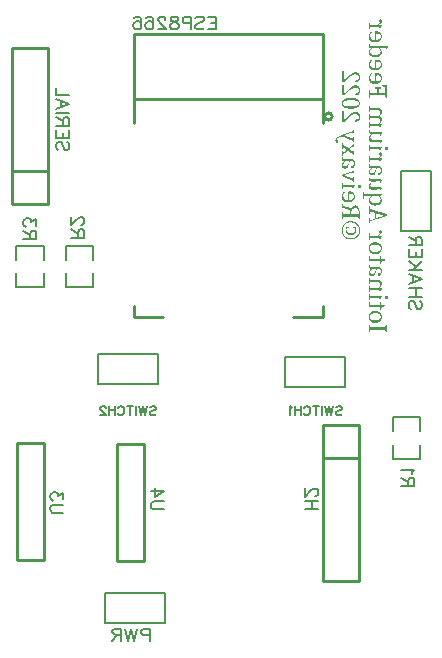
<source format=gbo>
G04 Layer: BottomSilkscreenLayer*
G04 EasyEDA v6.5.1, 2022-03-12 08:52:27*
G04 6cb43a7882b14878ba6e045dd811a198,81413e43fb254311a4bdf48f3ba91f1a,10*
G04 Gerber Generator version 0.2*
G04 Scale: 100 percent, Rotated: No, Reflected: No *
G04 Dimensions in millimeters *
G04 leading zeros omitted , absolute positions ,4 integer and 5 decimal *
%FSLAX45Y45*%
%MOMM*%

%ADD10C,0.2540*%
%ADD25C,0.1524*%
%ADD27C,0.2007*%

%LPD*%
G36*
X3897376Y12730480D02*
G01*
X3891127Y12729768D01*
X3886352Y12727584D01*
X3883253Y12723723D01*
X3882136Y12718034D01*
X3882593Y12714224D01*
X3883863Y12710668D01*
X3885895Y12707315D01*
X3888486Y12704064D01*
X3891026Y12701524D01*
X3885437Y12695275D01*
X3878783Y12690043D01*
X3870858Y12685776D01*
X3861562Y12682220D01*
X3806951Y12682728D01*
X3804158Y12701016D01*
X3797300Y12701016D01*
X3797300Y12647168D01*
X3804158Y12647168D01*
X3806698Y12663424D01*
X3864305Y12663627D01*
X3884929Y12663170D01*
X3886708Y12645390D01*
X3893312Y12645390D01*
X3905504Y12676632D01*
X3903472Y12679680D01*
X3876801Y12681966D01*
X3883304Y12684963D01*
X3889044Y12688417D01*
X3894023Y12692227D01*
X3898137Y12696342D01*
X3901440Y12700660D01*
X3903827Y12705181D01*
X3905250Y12709804D01*
X3905758Y12714478D01*
X3905199Y12719507D01*
X3903573Y12724079D01*
X3900932Y12727889D01*
G37*
G36*
X3863340Y12627610D02*
G01*
X3856329Y12627102D01*
X3850894Y12625832D01*
X3850995Y12597384D01*
X3859022Y12597384D01*
X3859936Y12603480D01*
X3862476Y12607188D01*
X3866438Y12609068D01*
X3871468Y12609576D01*
X3876497Y12609118D01*
X3881323Y12607747D01*
X3885692Y12605613D01*
X3889552Y12602667D01*
X3892804Y12599111D01*
X3895242Y12594894D01*
X3896817Y12590170D01*
X3897376Y12584938D01*
X3896817Y12579807D01*
X3895191Y12574727D01*
X3892346Y12569901D01*
X3888384Y12565430D01*
X3883101Y12561570D01*
X3876598Y12558369D01*
X3868724Y12556032D01*
X3859529Y12554712D01*
X3859022Y12597384D01*
X3850995Y12597384D01*
X3851148Y12554458D01*
X3844086Y12554813D01*
X3837635Y12555778D01*
X3831793Y12557302D01*
X3826611Y12559334D01*
X3821988Y12561874D01*
X3818026Y12564872D01*
X3814622Y12568326D01*
X3811879Y12572187D01*
X3809695Y12576454D01*
X3808171Y12581077D01*
X3807256Y12586055D01*
X3806951Y12591288D01*
X3808120Y12601295D01*
X3811320Y12609525D01*
X3816400Y12616484D01*
X3822954Y12622784D01*
X3819906Y12627102D01*
X3814318Y12623749D01*
X3809288Y12619888D01*
X3804970Y12615418D01*
X3801313Y12610439D01*
X3798366Y12604902D01*
X3796284Y12598857D01*
X3794963Y12592253D01*
X3794506Y12585192D01*
X3794760Y12579705D01*
X3795420Y12574422D01*
X3796588Y12569444D01*
X3798163Y12564668D01*
X3800246Y12560249D01*
X3802684Y12556083D01*
X3805580Y12552273D01*
X3808882Y12548819D01*
X3812590Y12545669D01*
X3816705Y12542926D01*
X3821226Y12540538D01*
X3826103Y12538557D01*
X3831386Y12536982D01*
X3837025Y12535814D01*
X3843020Y12535154D01*
X3849370Y12534900D01*
X3855669Y12535154D01*
X3861612Y12535966D01*
X3867302Y12537236D01*
X3872636Y12539014D01*
X3877665Y12541199D01*
X3882288Y12543840D01*
X3886555Y12546787D01*
X3890416Y12550140D01*
X3893921Y12553797D01*
X3896969Y12557760D01*
X3899611Y12561976D01*
X3901744Y12566396D01*
X3903472Y12571069D01*
X3904742Y12575895D01*
X3905504Y12580874D01*
X3905758Y12585954D01*
X3905402Y12591796D01*
X3904437Y12597333D01*
X3902811Y12602514D01*
X3900576Y12607340D01*
X3897731Y12611760D01*
X3894378Y12615722D01*
X3890416Y12619177D01*
X3885946Y12622123D01*
X3881018Y12624460D01*
X3875582Y12626187D01*
X3869690Y12627254D01*
G37*
G36*
X3797300Y12521184D02*
G01*
X3795014Y12486640D01*
X3810254Y12485370D01*
X3803599Y12479070D01*
X3798671Y12471857D01*
X3795572Y12463576D01*
X3795079Y12459208D01*
X3805936Y12459208D01*
X3806545Y12466167D01*
X3808628Y12472466D01*
X3812489Y12478512D01*
X3818382Y12484608D01*
X3882898Y12484608D01*
X3888486Y12477546D01*
X3892092Y12471196D01*
X3894023Y12465202D01*
X3894582Y12459462D01*
X3894328Y12455245D01*
X3893464Y12451181D01*
X3892042Y12447320D01*
X3890060Y12443663D01*
X3887419Y12440259D01*
X3884117Y12437211D01*
X3880154Y12434468D01*
X3875481Y12432182D01*
X3870147Y12430302D01*
X3864051Y12428880D01*
X3857244Y12428016D01*
X3849624Y12427712D01*
X3842308Y12427966D01*
X3835704Y12428778D01*
X3829812Y12430099D01*
X3824630Y12431877D01*
X3820109Y12434062D01*
X3816248Y12436703D01*
X3813048Y12439700D01*
X3810457Y12443002D01*
X3808425Y12446660D01*
X3807053Y12450622D01*
X3806190Y12454788D01*
X3805936Y12459208D01*
X3795079Y12459208D01*
X3794506Y12454128D01*
X3794963Y12447473D01*
X3796284Y12441224D01*
X3798468Y12435433D01*
X3801414Y12430099D01*
X3805174Y12425273D01*
X3809644Y12420955D01*
X3814724Y12417247D01*
X3820515Y12414148D01*
X3826865Y12411710D01*
X3833774Y12409881D01*
X3841191Y12408763D01*
X3849115Y12408408D01*
X3855465Y12408662D01*
X3861460Y12409322D01*
X3867150Y12410440D01*
X3872534Y12411964D01*
X3877564Y12413894D01*
X3882237Y12416180D01*
X3886504Y12418872D01*
X3890365Y12421870D01*
X3893870Y12425172D01*
X3896969Y12428829D01*
X3899560Y12432741D01*
X3901744Y12436906D01*
X3903472Y12441326D01*
X3904742Y12446000D01*
X3905504Y12450876D01*
X3905758Y12455906D01*
X3905046Y12463526D01*
X3902710Y12470892D01*
X3898239Y12478054D01*
X3891279Y12485116D01*
X3944112Y12485116D01*
X3945890Y12466320D01*
X3952494Y12466320D01*
X3961892Y12500864D01*
X3960368Y12503658D01*
X3928618Y12502896D01*
X3806190Y12502896D01*
X3804158Y12521184D01*
G37*
G36*
X3863340Y12388088D02*
G01*
X3856329Y12387580D01*
X3850894Y12386310D01*
X3850995Y12357862D01*
X3859022Y12357862D01*
X3859936Y12363907D01*
X3862476Y12367564D01*
X3866438Y12369342D01*
X3871468Y12369800D01*
X3876497Y12369342D01*
X3881323Y12367971D01*
X3885692Y12365837D01*
X3889552Y12362942D01*
X3892804Y12359386D01*
X3895242Y12355220D01*
X3896817Y12350546D01*
X3897376Y12345416D01*
X3896817Y12340285D01*
X3895191Y12335205D01*
X3892346Y12330328D01*
X3888384Y12325908D01*
X3883101Y12321946D01*
X3876598Y12318746D01*
X3868724Y12316358D01*
X3859529Y12314936D01*
X3859022Y12357862D01*
X3850995Y12357862D01*
X3851148Y12314936D01*
X3844086Y12315291D01*
X3837635Y12316256D01*
X3831793Y12317780D01*
X3826611Y12319812D01*
X3821988Y12322352D01*
X3818026Y12325350D01*
X3814622Y12328804D01*
X3811879Y12332665D01*
X3809695Y12336932D01*
X3808171Y12341555D01*
X3807256Y12346533D01*
X3806951Y12351766D01*
X3808120Y12361773D01*
X3811320Y12369952D01*
X3816400Y12376861D01*
X3822954Y12383008D01*
X3819906Y12387580D01*
X3814318Y12384227D01*
X3809288Y12380366D01*
X3804970Y12375896D01*
X3801313Y12370866D01*
X3798366Y12365329D01*
X3796284Y12359233D01*
X3794963Y12352578D01*
X3794506Y12345416D01*
X3794760Y12339980D01*
X3795420Y12334748D01*
X3796588Y12329769D01*
X3798163Y12325045D01*
X3800246Y12320625D01*
X3802684Y12316510D01*
X3805580Y12312700D01*
X3808882Y12309246D01*
X3812590Y12306147D01*
X3816705Y12303353D01*
X3821226Y12301016D01*
X3826103Y12299035D01*
X3831386Y12297460D01*
X3837025Y12296292D01*
X3843020Y12295632D01*
X3849370Y12295378D01*
X3855669Y12295632D01*
X3861612Y12296444D01*
X3867302Y12297714D01*
X3872636Y12299492D01*
X3877665Y12301677D01*
X3882288Y12304318D01*
X3886555Y12307265D01*
X3890416Y12310618D01*
X3893921Y12314275D01*
X3896969Y12318238D01*
X3899611Y12322454D01*
X3901744Y12326874D01*
X3903472Y12331547D01*
X3904742Y12336373D01*
X3905504Y12341352D01*
X3905758Y12346432D01*
X3905402Y12352274D01*
X3904437Y12357811D01*
X3902811Y12362992D01*
X3900576Y12367818D01*
X3897731Y12372238D01*
X3894378Y12376200D01*
X3890416Y12379655D01*
X3885946Y12382601D01*
X3881018Y12384938D01*
X3875582Y12386665D01*
X3869690Y12387732D01*
G37*
G36*
X3863340Y12275058D02*
G01*
X3856329Y12274550D01*
X3850894Y12273280D01*
X3850995Y12244832D01*
X3859022Y12244832D01*
X3859936Y12250928D01*
X3862476Y12254636D01*
X3866438Y12256516D01*
X3871468Y12257024D01*
X3876497Y12256566D01*
X3881323Y12255195D01*
X3885692Y12253061D01*
X3889552Y12250115D01*
X3892804Y12246559D01*
X3895242Y12242342D01*
X3896817Y12237618D01*
X3897376Y12232386D01*
X3896817Y12227255D01*
X3895191Y12222175D01*
X3892346Y12217349D01*
X3888384Y12212878D01*
X3883101Y12209018D01*
X3876598Y12205817D01*
X3868724Y12203480D01*
X3859529Y12202160D01*
X3859022Y12244832D01*
X3850995Y12244832D01*
X3851148Y12201906D01*
X3844086Y12202261D01*
X3837635Y12203226D01*
X3831793Y12204750D01*
X3826611Y12206782D01*
X3821988Y12209322D01*
X3818026Y12212320D01*
X3814622Y12215774D01*
X3811879Y12219635D01*
X3809695Y12223902D01*
X3808171Y12228525D01*
X3807256Y12233503D01*
X3806951Y12238736D01*
X3808120Y12248743D01*
X3811320Y12256973D01*
X3816400Y12263932D01*
X3822954Y12270232D01*
X3819906Y12274550D01*
X3814318Y12271197D01*
X3809288Y12267336D01*
X3804970Y12262866D01*
X3801313Y12257887D01*
X3798366Y12252350D01*
X3796284Y12246305D01*
X3794963Y12239701D01*
X3794506Y12232640D01*
X3794760Y12227153D01*
X3795420Y12221870D01*
X3796588Y12216892D01*
X3798163Y12212116D01*
X3800246Y12207697D01*
X3802684Y12203531D01*
X3805580Y12199721D01*
X3808882Y12196267D01*
X3812590Y12193117D01*
X3816705Y12190374D01*
X3821226Y12187986D01*
X3826103Y12186005D01*
X3831386Y12184430D01*
X3837025Y12183262D01*
X3843020Y12182602D01*
X3849370Y12182348D01*
X3855669Y12182602D01*
X3861612Y12183414D01*
X3867302Y12184684D01*
X3872636Y12186462D01*
X3877665Y12188647D01*
X3882288Y12191288D01*
X3886555Y12194235D01*
X3890416Y12197588D01*
X3893921Y12201245D01*
X3896969Y12205208D01*
X3899611Y12209424D01*
X3901744Y12213844D01*
X3903472Y12218517D01*
X3904742Y12223343D01*
X3905504Y12228322D01*
X3905758Y12233402D01*
X3905402Y12239244D01*
X3904437Y12244781D01*
X3902811Y12249962D01*
X3900576Y12254788D01*
X3897731Y12259208D01*
X3894378Y12263170D01*
X3890416Y12266625D01*
X3885946Y12269571D01*
X3881018Y12271908D01*
X3875582Y12273635D01*
X3869690Y12274702D01*
G37*
G36*
X3907028Y12174728D02*
G01*
X3907028Y12163806D01*
X3936492Y12157964D01*
X3936492Y12104878D01*
X3877564Y12104624D01*
X3877564Y12139676D01*
X3899408Y12142470D01*
X3899408Y12151868D01*
X3845560Y12151868D01*
X3845560Y12142470D01*
X3868674Y12139676D01*
X3868674Y12104624D01*
X3807460Y12104878D01*
X3804920Y12125960D01*
X3797300Y12125960D01*
X3797300Y12062968D01*
X3804920Y12062968D01*
X3807206Y12083796D01*
X3836568Y12084253D01*
X3899458Y12084253D01*
X3936237Y12083796D01*
X3938524Y12062968D01*
X3946144Y12062968D01*
X3946144Y12173712D01*
G37*
G36*
X3797300Y11994388D02*
G01*
X3797300Y11943334D01*
X3804158Y11943334D01*
X3806698Y11959844D01*
X3844036Y11960352D01*
X3864864Y11960352D01*
X3871976Y11960047D01*
X3877818Y11959183D01*
X3882440Y11957761D01*
X3885996Y11955729D01*
X3888587Y11953087D01*
X3890314Y11949836D01*
X3891229Y11946026D01*
X3891534Y11941556D01*
X3890721Y11934494D01*
X3888181Y11927179D01*
X3883609Y11919458D01*
X3876801Y11911076D01*
X3871366Y11911533D01*
X3825544Y11911787D01*
X3806698Y11912346D01*
X3804158Y11927586D01*
X3797300Y11927586D01*
X3797300Y11876278D01*
X3804158Y11876278D01*
X3806698Y11893296D01*
X3864610Y11893550D01*
X3871620Y11893296D01*
X3877411Y11892483D01*
X3882034Y11891111D01*
X3885692Y11889181D01*
X3888384Y11886641D01*
X3890162Y11883491D01*
X3891229Y11879681D01*
X3891534Y11875262D01*
X3890721Y11867845D01*
X3888079Y11860631D01*
X3883609Y11853164D01*
X3877056Y11845036D01*
X3835400Y11845086D01*
X3806698Y11845544D01*
X3804158Y11860784D01*
X3797300Y11860784D01*
X3797300Y11809730D01*
X3804158Y11809730D01*
X3806698Y11826240D01*
X3844036Y11826494D01*
X3871671Y11826443D01*
X3884929Y11825986D01*
X3886708Y11808206D01*
X3893312Y11808206D01*
X3905504Y11839448D01*
X3903472Y11842496D01*
X3885437Y11844528D01*
X3889908Y11848795D01*
X3893870Y11853265D01*
X3897325Y11857990D01*
X3900271Y11862866D01*
X3902608Y11867896D01*
X3904335Y11872976D01*
X3905402Y11878056D01*
X3905758Y11883136D01*
X3905453Y11888114D01*
X3904538Y11892635D01*
X3902964Y11896648D01*
X3900779Y11900154D01*
X3897884Y11903202D01*
X3894277Y11905792D01*
X3889959Y11907875D01*
X3884929Y11909552D01*
X3889908Y11914124D01*
X3894175Y11918899D01*
X3897782Y11923826D01*
X3900678Y11928906D01*
X3902913Y11934037D01*
X3904487Y11939320D01*
X3905453Y11944604D01*
X3905758Y11949938D01*
X3905199Y11956338D01*
X3903573Y11961977D01*
X3900779Y11966854D01*
X3896715Y11970918D01*
X3891432Y11974118D01*
X3884777Y11976455D01*
X3876700Y11977878D01*
X3867150Y11978386D01*
X3806698Y11978640D01*
X3804158Y11994388D01*
G37*
G36*
X3797300Y11792712D02*
G01*
X3795522Y11761978D01*
X3815587Y11759946D01*
X3810660Y11755526D01*
X3806393Y11750903D01*
X3802786Y11746077D01*
X3799789Y11741099D01*
X3797503Y11735968D01*
X3795826Y11730786D01*
X3794861Y11725554D01*
X3794506Y11720322D01*
X3795014Y11713870D01*
X3796588Y11708130D01*
X3799382Y11703151D01*
X3803446Y11698935D01*
X3808882Y11695582D01*
X3815842Y11693144D01*
X3824376Y11691620D01*
X3834637Y11691112D01*
X3891279Y11691874D01*
X3894582Y11675872D01*
X3901186Y11675872D01*
X3904487Y11708384D01*
X3902201Y11710670D01*
X3870706Y11709654D01*
X3835654Y11709654D01*
X3828796Y11709958D01*
X3823106Y11710822D01*
X3818534Y11712295D01*
X3814876Y11714378D01*
X3812184Y11716969D01*
X3810355Y11720169D01*
X3809339Y11723878D01*
X3808984Y11728196D01*
X3809898Y11736171D01*
X3812590Y11744045D01*
X3817112Y11751767D01*
X3823462Y11759184D01*
X3891279Y11759946D01*
X3894328Y11743944D01*
X3900932Y11743944D01*
X3904487Y11776202D01*
X3902201Y11778234D01*
X3870706Y11777472D01*
X3806444Y11777472D01*
X3803904Y11792712D01*
G37*
G36*
X3797300Y11662410D02*
G01*
X3797300Y11611102D01*
X3804158Y11611102D01*
X3806698Y11628120D01*
X3844036Y11628628D01*
X3864203Y11628577D01*
X3885184Y11628120D01*
X3886962Y11609832D01*
X3893565Y11609832D01*
X3905504Y11644122D01*
X3903472Y11647170D01*
X3874008Y11646662D01*
X3835400Y11646712D01*
X3806698Y11647170D01*
X3804158Y11662410D01*
G37*
G36*
X3945128Y11651488D02*
G01*
X3939540Y11650370D01*
X3935120Y11647322D01*
X3932174Y11642801D01*
X3931158Y11637264D01*
X3932174Y11631625D01*
X3935120Y11627104D01*
X3939540Y11624106D01*
X3945128Y11623040D01*
X3950665Y11624106D01*
X3954881Y11627104D01*
X3957624Y11631625D01*
X3958590Y11637264D01*
X3957624Y11642801D01*
X3954881Y11647322D01*
X3950665Y11650370D01*
G37*
G36*
X3897376Y11601704D02*
G01*
X3891127Y11600992D01*
X3886352Y11598808D01*
X3883253Y11594947D01*
X3882136Y11589258D01*
X3882593Y11585448D01*
X3883863Y11581892D01*
X3885895Y11578539D01*
X3888486Y11575288D01*
X3891026Y11572748D01*
X3885437Y11566499D01*
X3878783Y11561267D01*
X3870858Y11557000D01*
X3861562Y11553444D01*
X3806951Y11553952D01*
X3804158Y11572240D01*
X3797300Y11572240D01*
X3797300Y11518392D01*
X3804158Y11518392D01*
X3806698Y11534648D01*
X3864305Y11534851D01*
X3884929Y11534394D01*
X3886708Y11516614D01*
X3893312Y11516614D01*
X3905504Y11547856D01*
X3903472Y11550904D01*
X3876801Y11553190D01*
X3883304Y11556187D01*
X3889044Y11559641D01*
X3894023Y11563451D01*
X3898137Y11567515D01*
X3901440Y11571884D01*
X3903827Y11576405D01*
X3905250Y11581028D01*
X3905758Y11585702D01*
X3905199Y11590731D01*
X3903573Y11595303D01*
X3900932Y11599113D01*
G37*
G36*
X3806190Y11508486D02*
G01*
X3800856Y11504422D01*
X3797350Y11499900D01*
X3795369Y11494922D01*
X3794760Y11489436D01*
X3795979Y11481968D01*
X3799535Y11476126D01*
X3805072Y11471910D01*
X3812286Y11469624D01*
X3808069Y11465255D01*
X3804462Y11461140D01*
X3801414Y11457228D01*
X3798925Y11453317D01*
X3796995Y11449405D01*
X3795623Y11445290D01*
X3795312Y11443716D01*
X3807460Y11443716D01*
X3808120Y11449253D01*
X3810304Y11454688D01*
X3814318Y11460988D01*
X3820414Y11469116D01*
X3855720Y11469116D01*
X3852316Y11457686D01*
X3849115Y11448542D01*
X3846220Y11441938D01*
X3843223Y11436705D01*
X3840175Y11432692D01*
X3837127Y11429796D01*
X3834028Y11427764D01*
X3830878Y11426494D01*
X3827779Y11425885D01*
X3824732Y11425682D01*
X3817010Y11427053D01*
X3811625Y11430812D01*
X3808476Y11436502D01*
X3807460Y11443716D01*
X3795312Y11443716D01*
X3794760Y11440922D01*
X3794506Y11436096D01*
X3794963Y11430152D01*
X3796233Y11424615D01*
X3798417Y11419636D01*
X3801414Y11415268D01*
X3805275Y11411661D01*
X3809949Y11408968D01*
X3815435Y11407241D01*
X3821684Y11406632D01*
X3826662Y11407038D01*
X3831285Y11408308D01*
X3835654Y11410645D01*
X3839819Y11414201D01*
X3843832Y11419078D01*
X3847744Y11425478D01*
X3851605Y11433556D01*
X3855465Y11443462D01*
X3859326Y11455603D01*
X3862832Y11469116D01*
X3869690Y11469116D01*
X3877157Y11468811D01*
X3883253Y11467896D01*
X3888028Y11466322D01*
X3891737Y11464086D01*
X3894378Y11461140D01*
X3896106Y11457432D01*
X3897071Y11453012D01*
X3897376Y11447780D01*
X3896817Y11441836D01*
X3895344Y11435080D01*
X3880104Y11431016D01*
X3875633Y11429187D01*
X3872433Y11426748D01*
X3870553Y11423650D01*
X3869944Y11419840D01*
X3870502Y11415776D01*
X3872128Y11412778D01*
X3874770Y11410746D01*
X3878326Y11409680D01*
X3884371Y11411762D01*
X3889806Y11414912D01*
X3894480Y11419078D01*
X3898442Y11424208D01*
X3901541Y11430203D01*
X3903878Y11437061D01*
X3905300Y11444630D01*
X3905758Y11452860D01*
X3905554Y11458448D01*
X3904843Y11463528D01*
X3903675Y11468100D01*
X3902049Y11472214D01*
X3899814Y11475770D01*
X3897071Y11478920D01*
X3893769Y11481511D01*
X3889857Y11483644D01*
X3885285Y11485270D01*
X3880104Y11486489D01*
X3874211Y11487150D01*
X3867658Y11487404D01*
X3819144Y11487404D01*
X3812540Y11487962D01*
X3808120Y11489588D01*
X3805682Y11492128D01*
X3804920Y11495532D01*
X3805275Y11498021D01*
X3806393Y11500256D01*
X3808120Y11502339D01*
X3810508Y11504422D01*
G37*
G36*
X3797300Y11388598D02*
G01*
X3795522Y11357864D01*
X3815587Y11355832D01*
X3810660Y11351412D01*
X3806393Y11346789D01*
X3802786Y11341963D01*
X3799789Y11336985D01*
X3797503Y11331854D01*
X3795826Y11326672D01*
X3794861Y11321440D01*
X3794506Y11316208D01*
X3795014Y11309705D01*
X3796588Y11303914D01*
X3799382Y11298885D01*
X3803446Y11294668D01*
X3808882Y11291316D01*
X3815842Y11288877D01*
X3824376Y11287455D01*
X3834637Y11286998D01*
X3891279Y11287760D01*
X3894582Y11271504D01*
X3901186Y11271504D01*
X3904487Y11304270D01*
X3902201Y11306556D01*
X3870706Y11305540D01*
X3835654Y11305540D01*
X3828796Y11305844D01*
X3823106Y11306708D01*
X3818534Y11308181D01*
X3814876Y11310213D01*
X3812184Y11312855D01*
X3810355Y11316055D01*
X3809339Y11319764D01*
X3808984Y11324082D01*
X3809898Y11332057D01*
X3812590Y11339931D01*
X3817112Y11347653D01*
X3823462Y11355070D01*
X3891279Y11355832D01*
X3894328Y11339830D01*
X3900932Y11339830D01*
X3904487Y11372088D01*
X3902201Y11374120D01*
X3870706Y11373358D01*
X3806444Y11373358D01*
X3803904Y11388598D01*
G37*
G36*
X3743960Y11265408D02*
G01*
X3743960Y11209020D01*
X3750818Y11209020D01*
X3753612Y11228832D01*
X3790950Y11229340D01*
X3811270Y11229340D01*
X3807256Y11225936D01*
X3803853Y11222380D01*
X3800957Y11218672D01*
X3798620Y11214760D01*
X3796792Y11210696D01*
X3795522Y11206429D01*
X3794917Y11202924D01*
X3805936Y11202924D01*
X3806545Y11209782D01*
X3808729Y11216182D01*
X3812794Y11222380D01*
X3819144Y11228832D01*
X3882136Y11228832D01*
X3888028Y11221618D01*
X3891889Y11215014D01*
X3893972Y11208867D01*
X3894582Y11202924D01*
X3894277Y11198707D01*
X3893413Y11194694D01*
X3891991Y11190833D01*
X3889908Y11187176D01*
X3887215Y11183823D01*
X3883863Y11180775D01*
X3879900Y11178082D01*
X3875227Y11175796D01*
X3869842Y11173968D01*
X3863746Y11172596D01*
X3856939Y11171732D01*
X3849370Y11171428D01*
X3842004Y11171682D01*
X3835400Y11172494D01*
X3829507Y11173815D01*
X3824325Y11175593D01*
X3819855Y11177778D01*
X3816045Y11180419D01*
X3812844Y11183416D01*
X3810304Y11186718D01*
X3808374Y11190376D01*
X3807002Y11194338D01*
X3806190Y11198504D01*
X3805936Y11202924D01*
X3794917Y11202924D01*
X3794506Y11197336D01*
X3794963Y11190732D01*
X3796284Y11184534D01*
X3798417Y11178743D01*
X3801364Y11173460D01*
X3805072Y11168684D01*
X3809492Y11164417D01*
X3814572Y11160709D01*
X3820312Y11157610D01*
X3826662Y11155172D01*
X3833571Y11153343D01*
X3840987Y11152225D01*
X3848862Y11151870D01*
X3855161Y11152124D01*
X3861155Y11152784D01*
X3866845Y11153902D01*
X3872229Y11155426D01*
X3877259Y11157356D01*
X3881932Y11159642D01*
X3886250Y11162284D01*
X3890162Y11165230D01*
X3893667Y11168532D01*
X3896817Y11172088D01*
X3899458Y11175949D01*
X3901694Y11180064D01*
X3903421Y11184382D01*
X3904742Y11188954D01*
X3905504Y11193678D01*
X3905758Y11198606D01*
X3904945Y11206734D01*
X3902252Y11214709D01*
X3897376Y11222431D01*
X3890010Y11229848D01*
X3905504Y11245088D01*
X3903472Y11247882D01*
X3873246Y11247120D01*
X3781602Y11247170D01*
X3753612Y11247628D01*
X3750818Y11265408D01*
G37*
G36*
X3797300Y11143996D02*
G01*
X3797300Y11083544D01*
X3804920Y11083544D01*
X3807714Y11105388D01*
X3846576Y11092434D01*
X3846576Y11089640D01*
X3855465Y11089640D01*
X3924554Y11066272D01*
X3855465Y11043666D01*
X3855465Y11089640D01*
X3846576Y11089640D01*
X3846576Y11040872D01*
X3807968Y11027918D01*
X3804920Y11049762D01*
X3797300Y11049762D01*
X3797300Y11000232D01*
X3804920Y11000232D01*
X3807968Y11018266D01*
X3947160Y11065510D01*
X3947160Y11078464D01*
X3806951Y11126470D01*
X3804920Y11143996D01*
G37*
G36*
X3897376Y10945114D02*
G01*
X3891127Y10944402D01*
X3886352Y10942116D01*
X3883253Y10938154D01*
X3882136Y10932414D01*
X3882593Y10928604D01*
X3883863Y10925149D01*
X3885895Y10921898D01*
X3891026Y10915904D01*
X3885437Y10909655D01*
X3878783Y10904423D01*
X3870858Y10900156D01*
X3861562Y10896600D01*
X3806951Y10897108D01*
X3804158Y10915650D01*
X3797300Y10915650D01*
X3797300Y10861548D01*
X3804158Y10861548D01*
X3806698Y10877804D01*
X3844036Y10878312D01*
X3864305Y10878261D01*
X3878376Y10877905D01*
X3884929Y10877550D01*
X3886708Y10860024D01*
X3893312Y10860024D01*
X3905504Y10891266D01*
X3903472Y10894314D01*
X3876801Y10896600D01*
X3883304Y10899546D01*
X3889044Y10902950D01*
X3894023Y10906709D01*
X3898137Y10910874D01*
X3901440Y10915243D01*
X3903827Y10919764D01*
X3905250Y10924438D01*
X3905758Y10929112D01*
X3905199Y10934090D01*
X3903573Y10938662D01*
X3900932Y10942421D01*
G37*
G36*
X3849624Y10842498D02*
G01*
X3842969Y10842193D01*
X3836771Y10841380D01*
X3830980Y10840008D01*
X3825595Y10838180D01*
X3820617Y10835843D01*
X3816096Y10833150D01*
X3812032Y10830102D01*
X3808374Y10826648D01*
X3805123Y10822940D01*
X3802278Y10818926D01*
X3799941Y10814659D01*
X3797960Y10810240D01*
X3796436Y10805617D01*
X3795369Y10800892D01*
X3794709Y10796066D01*
X3794506Y10791190D01*
X3802887Y10791190D01*
X3803243Y10795863D01*
X3804208Y10800181D01*
X3805885Y10804144D01*
X3808222Y10807750D01*
X3811219Y10810951D01*
X3814826Y10813796D01*
X3819093Y10816234D01*
X3823970Y10818266D01*
X3829456Y10819841D01*
X3835603Y10821009D01*
X3842308Y10821670D01*
X3849624Y10821924D01*
X3857091Y10821670D01*
X3863898Y10821009D01*
X3870147Y10819841D01*
X3875786Y10818266D01*
X3880764Y10816234D01*
X3885133Y10813796D01*
X3888841Y10810951D01*
X3891889Y10807750D01*
X3894277Y10804144D01*
X3896004Y10800181D01*
X3897020Y10795863D01*
X3897376Y10791190D01*
X3897020Y10786465D01*
X3896004Y10782147D01*
X3894277Y10778134D01*
X3891889Y10774527D01*
X3888841Y10771327D01*
X3885133Y10768482D01*
X3880764Y10766094D01*
X3875786Y10764062D01*
X3870147Y10762488D01*
X3863898Y10761370D01*
X3857091Y10760710D01*
X3849624Y10760456D01*
X3842308Y10760710D01*
X3835603Y10761370D01*
X3829456Y10762488D01*
X3823970Y10764062D01*
X3819093Y10766094D01*
X3814826Y10768482D01*
X3811219Y10771327D01*
X3808222Y10774527D01*
X3805885Y10778134D01*
X3804208Y10782147D01*
X3803243Y10786465D01*
X3802887Y10791190D01*
X3794506Y10791190D01*
X3794709Y10786313D01*
X3795369Y10781487D01*
X3796436Y10776762D01*
X3797960Y10772190D01*
X3799941Y10767771D01*
X3802278Y10763554D01*
X3805123Y10759541D01*
X3808374Y10755833D01*
X3812032Y10752429D01*
X3816096Y10749381D01*
X3820617Y10746689D01*
X3825595Y10744454D01*
X3830980Y10742625D01*
X3836771Y10741253D01*
X3842969Y10740440D01*
X3849624Y10740136D01*
X3856329Y10740440D01*
X3862628Y10741253D01*
X3868470Y10742625D01*
X3873957Y10744454D01*
X3878986Y10746740D01*
X3883558Y10749483D01*
X3887774Y10752531D01*
X3891483Y10755934D01*
X3894836Y10759643D01*
X3897731Y10763656D01*
X3900170Y10767872D01*
X3902151Y10772292D01*
X3903726Y10776864D01*
X3904843Y10781538D01*
X3905554Y10786364D01*
X3905758Y10791190D01*
X3905554Y10796016D01*
X3904843Y10800842D01*
X3903776Y10805566D01*
X3902201Y10810138D01*
X3900220Y10814558D01*
X3897782Y10818825D01*
X3894886Y10822838D01*
X3891584Y10826546D01*
X3887876Y10830001D01*
X3883660Y10833100D01*
X3879087Y10835792D01*
X3874058Y10838129D01*
X3868572Y10839958D01*
X3862679Y10841380D01*
X3856380Y10842193D01*
G37*
G36*
X3805936Y10729214D02*
G01*
X3801160Y10724438D01*
X3797554Y10718495D01*
X3795268Y10711484D01*
X3794506Y10703560D01*
X3794912Y10697870D01*
X3796029Y10692841D01*
X3798011Y10688472D01*
X3800805Y10684865D01*
X3804412Y10681970D01*
X3808882Y10679887D01*
X3814216Y10678617D01*
X3820414Y10678160D01*
X3838956Y10678414D01*
X3893058Y10678414D01*
X3893058Y10659618D01*
X3900932Y10659618D01*
X3903472Y10679430D01*
X3933444Y10685272D01*
X3933444Y10698226D01*
X3902710Y10696956D01*
X3902710Y10726928D01*
X3893058Y10726928D01*
X3893058Y10696702D01*
X3821176Y10696702D01*
X3813657Y10697565D01*
X3808526Y10700105D01*
X3805580Y10704220D01*
X3804665Y10709656D01*
X3805072Y10713313D01*
X3806240Y10716920D01*
X3808222Y10720679D01*
X3811015Y10724896D01*
G37*
G36*
X3806190Y10655808D02*
G01*
X3800856Y10651794D01*
X3797350Y10647324D01*
X3795369Y10642346D01*
X3794760Y10636758D01*
X3795979Y10629290D01*
X3799535Y10623448D01*
X3805072Y10619232D01*
X3812286Y10616946D01*
X3808069Y10612577D01*
X3804462Y10608462D01*
X3801414Y10604550D01*
X3798925Y10600690D01*
X3796995Y10596778D01*
X3795623Y10592714D01*
X3795288Y10591038D01*
X3807460Y10591038D01*
X3808120Y10596575D01*
X3810304Y10602010D01*
X3814318Y10608310D01*
X3820414Y10616438D01*
X3855720Y10616438D01*
X3852316Y10605109D01*
X3849115Y10595864D01*
X3846220Y10589361D01*
X3843223Y10584129D01*
X3840175Y10580166D01*
X3837127Y10577220D01*
X3834028Y10575137D01*
X3830878Y10573867D01*
X3827779Y10573207D01*
X3824732Y10573004D01*
X3817010Y10574375D01*
X3811625Y10578134D01*
X3808476Y10583824D01*
X3807460Y10591038D01*
X3795288Y10591038D01*
X3794760Y10588396D01*
X3794506Y10583672D01*
X3794963Y10577728D01*
X3796233Y10572191D01*
X3798417Y10567212D01*
X3801414Y10562844D01*
X3805275Y10559237D01*
X3809949Y10556544D01*
X3815435Y10554817D01*
X3821684Y10554208D01*
X3826662Y10554614D01*
X3831285Y10555833D01*
X3835654Y10558170D01*
X3839819Y10561624D01*
X3843832Y10566501D01*
X3847744Y10572851D01*
X3851605Y10580878D01*
X3855465Y10590784D01*
X3859326Y10602925D01*
X3862832Y10616438D01*
X3869690Y10616438D01*
X3877157Y10616133D01*
X3883253Y10615218D01*
X3888028Y10613644D01*
X3891737Y10611408D01*
X3894378Y10608462D01*
X3896106Y10604754D01*
X3897071Y10600334D01*
X3897376Y10595102D01*
X3896817Y10589158D01*
X3895344Y10582656D01*
X3880104Y10578338D01*
X3875633Y10576610D01*
X3872433Y10574172D01*
X3870553Y10571022D01*
X3869944Y10567162D01*
X3870502Y10563098D01*
X3872128Y10560100D01*
X3874770Y10558170D01*
X3878326Y10557256D01*
X3884371Y10559237D01*
X3889806Y10562336D01*
X3894480Y10566501D01*
X3898442Y10571581D01*
X3901541Y10577576D01*
X3903878Y10584383D01*
X3905300Y10591952D01*
X3905758Y10600182D01*
X3905554Y10605770D01*
X3904843Y10610850D01*
X3903675Y10615422D01*
X3902049Y10619536D01*
X3899814Y10623092D01*
X3897071Y10626242D01*
X3893769Y10628833D01*
X3889857Y10630966D01*
X3885285Y10632592D01*
X3880104Y10633811D01*
X3874211Y10634472D01*
X3867658Y10634726D01*
X3819144Y10634726D01*
X3812540Y10635284D01*
X3808120Y10636910D01*
X3805682Y10639450D01*
X3804920Y10642854D01*
X3805275Y10645444D01*
X3806393Y10647680D01*
X3808120Y10649712D01*
X3810508Y10651744D01*
G37*
G36*
X3797300Y10537190D02*
G01*
X3797300Y10486136D01*
X3804158Y10486136D01*
X3806698Y10502392D01*
X3844036Y10502900D01*
X3864864Y10502900D01*
X3871772Y10502646D01*
X3877513Y10501833D01*
X3882186Y10500461D01*
X3885844Y10498480D01*
X3888536Y10495940D01*
X3890416Y10492740D01*
X3891432Y10488879D01*
X3891787Y10484358D01*
X3890975Y10476941D01*
X3888333Y10469422D01*
X3883761Y10461650D01*
X3877056Y10453370D01*
X3806698Y10453624D01*
X3804158Y10469118D01*
X3797300Y10469118D01*
X3797300Y10418064D01*
X3804158Y10418064D01*
X3806698Y10434320D01*
X3844036Y10434828D01*
X3864305Y10434777D01*
X3884929Y10434320D01*
X3886708Y10416540D01*
X3893312Y10416540D01*
X3905504Y10447782D01*
X3903472Y10450830D01*
X3885184Y10452608D01*
X3889705Y10457027D01*
X3893769Y10461752D01*
X3897274Y10466730D01*
X3900220Y10471810D01*
X3902608Y10477042D01*
X3904335Y10482275D01*
X3905402Y10487558D01*
X3905758Y10492740D01*
X3905199Y10499344D01*
X3903472Y10505135D01*
X3900525Y10510012D01*
X3896309Y10514025D01*
X3890772Y10517124D01*
X3883812Y10519410D01*
X3875328Y10520730D01*
X3865372Y10521188D01*
X3835247Y10521238D01*
X3806698Y10521696D01*
X3804158Y10537190D01*
G37*
G36*
X3797300Y10401300D02*
G01*
X3797300Y10349992D01*
X3804158Y10349992D01*
X3806698Y10367264D01*
X3864203Y10367467D01*
X3885184Y10367010D01*
X3886962Y10348976D01*
X3893565Y10348976D01*
X3905504Y10383012D01*
X3903472Y10386060D01*
X3874008Y10385552D01*
X3835400Y10385602D01*
X3806698Y10386060D01*
X3804158Y10401300D01*
G37*
G36*
X3945128Y10390632D02*
G01*
X3939540Y10389463D01*
X3935120Y10386364D01*
X3932174Y10381843D01*
X3931158Y10376408D01*
X3932174Y10370718D01*
X3935120Y10366095D01*
X3939540Y10363047D01*
X3945128Y10361930D01*
X3950665Y10363047D01*
X3954881Y10366095D01*
X3957624Y10370718D01*
X3958590Y10376408D01*
X3957624Y10381843D01*
X3954881Y10386364D01*
X3950665Y10389463D01*
G37*
G36*
X3805936Y10341102D02*
G01*
X3801160Y10336326D01*
X3797554Y10330383D01*
X3795268Y10323372D01*
X3794506Y10315448D01*
X3794912Y10309758D01*
X3796029Y10304729D01*
X3798011Y10300360D01*
X3800805Y10296753D01*
X3804412Y10293858D01*
X3808882Y10291775D01*
X3814216Y10290505D01*
X3820414Y10290048D01*
X3838956Y10290302D01*
X3893058Y10290302D01*
X3893058Y10271506D01*
X3900932Y10271506D01*
X3903472Y10291318D01*
X3933444Y10297160D01*
X3933444Y10310114D01*
X3902710Y10308844D01*
X3902710Y10338816D01*
X3893058Y10338816D01*
X3893058Y10308590D01*
X3821176Y10308590D01*
X3813657Y10309453D01*
X3808526Y10311993D01*
X3805580Y10316108D01*
X3804665Y10321544D01*
X3805072Y10325201D01*
X3806240Y10328808D01*
X3808222Y10332567D01*
X3811015Y10336784D01*
G37*
G36*
X3849624Y10260838D02*
G01*
X3842969Y10260533D01*
X3836771Y10259720D01*
X3830980Y10258348D01*
X3825595Y10256520D01*
X3820617Y10254234D01*
X3816096Y10251490D01*
X3812032Y10248442D01*
X3808374Y10245039D01*
X3805123Y10241330D01*
X3802278Y10237317D01*
X3799941Y10233101D01*
X3797960Y10228681D01*
X3796436Y10224109D01*
X3795369Y10219436D01*
X3794709Y10214610D01*
X3794506Y10209784D01*
X3802887Y10209784D01*
X3803243Y10214457D01*
X3804208Y10218724D01*
X3805885Y10222687D01*
X3808222Y10226243D01*
X3811219Y10229443D01*
X3814826Y10232237D01*
X3819093Y10234676D01*
X3823970Y10236657D01*
X3829456Y10238232D01*
X3835603Y10239349D01*
X3842308Y10240010D01*
X3849624Y10240264D01*
X3857091Y10240010D01*
X3863898Y10239349D01*
X3870147Y10238232D01*
X3875786Y10236657D01*
X3880764Y10234676D01*
X3885133Y10232237D01*
X3888841Y10229443D01*
X3891889Y10226243D01*
X3894277Y10222687D01*
X3896004Y10218724D01*
X3897020Y10214457D01*
X3897376Y10209784D01*
X3897020Y10205059D01*
X3896004Y10200741D01*
X3894277Y10196728D01*
X3891889Y10193121D01*
X3888841Y10189921D01*
X3885133Y10187076D01*
X3880764Y10184688D01*
X3875786Y10182656D01*
X3870147Y10181082D01*
X3863898Y10179964D01*
X3857091Y10179304D01*
X3849624Y10179050D01*
X3842308Y10179304D01*
X3835603Y10179964D01*
X3829456Y10181082D01*
X3823970Y10182656D01*
X3819093Y10184688D01*
X3814826Y10187076D01*
X3811219Y10189921D01*
X3808222Y10193121D01*
X3805885Y10196728D01*
X3804208Y10200741D01*
X3803243Y10205059D01*
X3802887Y10209784D01*
X3794506Y10209784D01*
X3794709Y10204856D01*
X3795369Y10200030D01*
X3796436Y10195255D01*
X3797960Y10190683D01*
X3799941Y10186212D01*
X3802278Y10181996D01*
X3805123Y10178034D01*
X3808374Y10174325D01*
X3812032Y10170972D01*
X3816096Y10167924D01*
X3820617Y10165232D01*
X3825595Y10162997D01*
X3830980Y10161168D01*
X3836771Y10159847D01*
X3842969Y10159034D01*
X3849624Y10158730D01*
X3856329Y10159034D01*
X3862628Y10159847D01*
X3868470Y10161219D01*
X3873957Y10163048D01*
X3878986Y10165283D01*
X3883558Y10167975D01*
X3887774Y10171023D01*
X3891483Y10174427D01*
X3894836Y10178135D01*
X3897731Y10182148D01*
X3900170Y10186365D01*
X3902151Y10190784D01*
X3903726Y10195356D01*
X3904843Y10200081D01*
X3905554Y10204907D01*
X3905758Y10209784D01*
X3905554Y10214610D01*
X3904843Y10219334D01*
X3903776Y10224008D01*
X3902201Y10228580D01*
X3900220Y10232999D01*
X3897782Y10237216D01*
X3894886Y10241178D01*
X3891584Y10244937D01*
X3887876Y10248341D01*
X3883660Y10251440D01*
X3879087Y10254183D01*
X3874058Y10256469D01*
X3868572Y10258348D01*
X3862679Y10259720D01*
X3856380Y10260533D01*
G37*
G36*
X3797300Y10143744D02*
G01*
X3797300Y10081006D01*
X3804920Y10081006D01*
X3807206Y10101834D01*
X3836568Y10102037D01*
X3914190Y10102037D01*
X3936237Y10101834D01*
X3938524Y10081006D01*
X3946144Y10081006D01*
X3946144Y10143744D01*
X3938524Y10143744D01*
X3936237Y10122916D01*
X3906926Y10122458D01*
X3844137Y10122458D01*
X3807460Y10122916D01*
X3804920Y10143744D01*
G37*
G36*
X3568700Y12287758D02*
G01*
X3568700Y12196318D01*
X3582415Y12196318D01*
X3620770Y12230100D01*
X3632504Y12240056D01*
X3637940Y12244324D01*
X3648201Y12251436D01*
X3653078Y12254280D01*
X3657752Y12256719D01*
X3662375Y12258649D01*
X3666896Y12260173D01*
X3671315Y12261240D01*
X3675786Y12261900D01*
X3680206Y12262104D01*
X3687064Y12261596D01*
X3693210Y12260173D01*
X3698646Y12257836D01*
X3703218Y12254687D01*
X3706926Y12250724D01*
X3709670Y12246051D01*
X3711397Y12240666D01*
X3711956Y12234672D01*
X3711600Y12229388D01*
X3710432Y12222734D01*
X3694176Y12218416D01*
X3687724Y12216130D01*
X3683406Y12213386D01*
X3680968Y12210084D01*
X3680206Y12206224D01*
X3680714Y12202820D01*
X3682136Y12199823D01*
X3684270Y12197283D01*
X3687064Y12195302D01*
X3692398Y12196419D01*
X3697325Y12198146D01*
X3701745Y12200483D01*
X3705707Y12203328D01*
X3709162Y12206681D01*
X3712210Y12210491D01*
X3714750Y12214707D01*
X3716883Y12219279D01*
X3718509Y12224105D01*
X3719677Y12229236D01*
X3720337Y12234519D01*
X3720592Y12240006D01*
X3720236Y12246864D01*
X3719271Y12253061D01*
X3717696Y12258598D01*
X3715512Y12263475D01*
X3712819Y12267793D01*
X3709568Y12271451D01*
X3705860Y12274550D01*
X3701694Y12277039D01*
X3697122Y12278969D01*
X3692144Y12280341D01*
X3686860Y12281154D01*
X3681222Y12281408D01*
X3676497Y12281154D01*
X3671874Y12280442D01*
X3667302Y12279122D01*
X3662679Y12277293D01*
X3657904Y12274804D01*
X3652875Y12271603D01*
X3647541Y12267793D01*
X3635552Y12257836D01*
X3621176Y12244628D01*
X3585972Y12210542D01*
X3585972Y12287758D01*
G37*
G36*
X3568700Y12176252D02*
G01*
X3568700Y12084812D01*
X3582415Y12084812D01*
X3620770Y12118594D01*
X3632504Y12128449D01*
X3643172Y12136424D01*
X3648201Y12139726D01*
X3653078Y12142571D01*
X3657752Y12144959D01*
X3662375Y12146889D01*
X3666896Y12148413D01*
X3671315Y12149480D01*
X3675786Y12150140D01*
X3680206Y12150344D01*
X3687064Y12149886D01*
X3693210Y12148464D01*
X3698646Y12146178D01*
X3703218Y12143028D01*
X3706926Y12139117D01*
X3709670Y12134494D01*
X3711397Y12129160D01*
X3711956Y12123166D01*
X3711600Y12117679D01*
X3710432Y12111228D01*
X3694176Y12106656D01*
X3687724Y12104522D01*
X3683406Y12101779D01*
X3680968Y12098477D01*
X3680206Y12094464D01*
X3680714Y12091212D01*
X3682136Y12088266D01*
X3684270Y12085777D01*
X3687064Y12083796D01*
X3692398Y12084913D01*
X3697325Y12086640D01*
X3701745Y12088977D01*
X3705707Y12091822D01*
X3709162Y12095175D01*
X3712210Y12098985D01*
X3714750Y12103201D01*
X3716883Y12107773D01*
X3718509Y12112599D01*
X3719677Y12117730D01*
X3720337Y12123013D01*
X3720592Y12128500D01*
X3720236Y12135358D01*
X3719271Y12141555D01*
X3717696Y12147092D01*
X3715512Y12151969D01*
X3712819Y12156287D01*
X3709568Y12159945D01*
X3705860Y12163044D01*
X3701694Y12165533D01*
X3697122Y12167463D01*
X3692144Y12168835D01*
X3686860Y12169648D01*
X3681222Y12169902D01*
X3676497Y12169648D01*
X3671874Y12168886D01*
X3667302Y12167616D01*
X3662679Y12165685D01*
X3657904Y12163196D01*
X3652875Y12160046D01*
X3647541Y12156186D01*
X3635552Y12146229D01*
X3621176Y12133072D01*
X3585972Y12099036D01*
X3585972Y12176252D01*
G37*
G36*
X3644392Y12064746D02*
G01*
X3634028Y12064492D01*
X3624478Y12063730D01*
X3615740Y12062460D01*
X3607815Y12060783D01*
X3600653Y12058650D01*
X3594201Y12056211D01*
X3588512Y12053366D01*
X3583533Y12050268D01*
X3579215Y12046864D01*
X3575558Y12043257D01*
X3572510Y12039396D01*
X3570071Y12035383D01*
X3568192Y12031218D01*
X3566922Y12026950D01*
X3566160Y12022632D01*
X3565906Y12018264D01*
X3574287Y12018264D01*
X3574592Y12021667D01*
X3575659Y12024969D01*
X3577437Y12028170D01*
X3580180Y12031218D01*
X3583838Y12034012D01*
X3588562Y12036602D01*
X3594455Y12038888D01*
X3601618Y12040870D01*
X3610101Y12042495D01*
X3619957Y12043664D01*
X3631387Y12044426D01*
X3644392Y12044680D01*
X3656939Y12044426D01*
X3667912Y12043664D01*
X3677412Y12042495D01*
X3685540Y12040870D01*
X3692398Y12038888D01*
X3698036Y12036602D01*
X3702608Y12034012D01*
X3706114Y12031218D01*
X3708704Y12028170D01*
X3710432Y12024969D01*
X3711397Y12021667D01*
X3711701Y12018264D01*
X3711397Y12014758D01*
X3710432Y12011304D01*
X3708704Y12008002D01*
X3706114Y12004903D01*
X3702608Y12002008D01*
X3698036Y11999315D01*
X3692398Y11996978D01*
X3685540Y11994946D01*
X3677412Y11993321D01*
X3667912Y11992102D01*
X3656939Y11991340D01*
X3644392Y11991086D01*
X3634435Y11991238D01*
X3625392Y11991695D01*
X3617264Y11992356D01*
X3609949Y11993321D01*
X3603498Y11994540D01*
X3597757Y11995912D01*
X3592779Y11997537D01*
X3588461Y11999315D01*
X3584854Y12001296D01*
X3581806Y12003430D01*
X3579368Y12005665D01*
X3577437Y12008002D01*
X3576015Y12010491D01*
X3574999Y12013031D01*
X3574440Y12015622D01*
X3574287Y12018264D01*
X3565906Y12018264D01*
X3566160Y12013793D01*
X3566922Y12009424D01*
X3568192Y12005106D01*
X3570071Y12000890D01*
X3572510Y11996826D01*
X3575558Y11992965D01*
X3579215Y11989358D01*
X3583533Y11985955D01*
X3588512Y11982805D01*
X3594201Y11980011D01*
X3600653Y11977573D01*
X3607815Y11975490D01*
X3615740Y11973814D01*
X3624478Y11972544D01*
X3634028Y11971782D01*
X3644392Y11971528D01*
X3654399Y11971782D01*
X3663645Y11972544D01*
X3672078Y11973814D01*
X3679748Y11975490D01*
X3686708Y11977573D01*
X3692956Y11980011D01*
X3698494Y11982805D01*
X3703370Y11985955D01*
X3707587Y11989358D01*
X3711143Y11992965D01*
X3714140Y11996826D01*
X3716528Y12000890D01*
X3718306Y12005106D01*
X3719576Y12009424D01*
X3720337Y12013793D01*
X3720592Y12018264D01*
X3720337Y12022632D01*
X3719576Y12026950D01*
X3718306Y12031218D01*
X3716528Y12035383D01*
X3714140Y12039396D01*
X3711143Y12043257D01*
X3707587Y12046864D01*
X3703370Y12050268D01*
X3698494Y12053366D01*
X3692956Y12056211D01*
X3686708Y12058650D01*
X3679748Y12060783D01*
X3672078Y12062460D01*
X3663645Y12063730D01*
X3654399Y12064492D01*
G37*
G36*
X3568700Y11953240D02*
G01*
X3568700Y11861800D01*
X3582415Y11861800D01*
X3620770Y11895328D01*
X3632504Y11905284D01*
X3637940Y11909552D01*
X3648201Y11916664D01*
X3653078Y11919508D01*
X3657752Y11921947D01*
X3662375Y11923877D01*
X3666896Y11925401D01*
X3671315Y11926468D01*
X3675786Y11927128D01*
X3680206Y11927332D01*
X3687064Y11926824D01*
X3693210Y11925401D01*
X3698646Y11923064D01*
X3703218Y11919915D01*
X3706926Y11916003D01*
X3709670Y11911380D01*
X3711397Y11906046D01*
X3711956Y11900154D01*
X3711600Y11894667D01*
X3710432Y11888216D01*
X3694176Y11883644D01*
X3687724Y11881459D01*
X3683406Y11878665D01*
X3680968Y11875363D01*
X3680206Y11871452D01*
X3680714Y11868150D01*
X3682136Y11865152D01*
X3684270Y11862663D01*
X3687064Y11860784D01*
X3692398Y11861901D01*
X3697325Y11863578D01*
X3701745Y11865914D01*
X3705707Y11868759D01*
X3709162Y11872112D01*
X3712210Y11875871D01*
X3714750Y11880088D01*
X3716883Y11884660D01*
X3718509Y11889486D01*
X3719677Y11894616D01*
X3720337Y11899950D01*
X3720592Y11905488D01*
X3720236Y11912295D01*
X3719271Y11918442D01*
X3717696Y11923979D01*
X3715512Y11928856D01*
X3712819Y11933174D01*
X3709568Y11936831D01*
X3705860Y11939981D01*
X3701694Y11942470D01*
X3697122Y11944400D01*
X3692144Y11945823D01*
X3686860Y11946636D01*
X3681222Y11946890D01*
X3676497Y11946636D01*
X3671874Y11945874D01*
X3667302Y11944604D01*
X3662679Y11942673D01*
X3657904Y11940184D01*
X3652875Y11937034D01*
X3647541Y11933174D01*
X3635552Y11923217D01*
X3621176Y11910060D01*
X3585972Y11876024D01*
X3585972Y11953240D01*
G37*
G36*
X3667251Y11798808D02*
G01*
X3665220Y11786616D01*
X3557371Y11745468D01*
X3549243Y11741912D01*
X3542029Y11738305D01*
X3535730Y11734749D01*
X3530244Y11731091D01*
X3525570Y11727434D01*
X3521710Y11723725D01*
X3518611Y11719966D01*
X3516274Y11716156D01*
X3514598Y11712295D01*
X3513632Y11708333D01*
X3513328Y11704320D01*
X3514344Y11696852D01*
X3517188Y11690502D01*
X3521557Y11686133D01*
X3527298Y11684508D01*
X3531412Y11686438D01*
X3534257Y11689689D01*
X3535883Y11693956D01*
X3536442Y11698732D01*
X3535934Y11703151D01*
X3534359Y11707063D01*
X3531819Y11710873D01*
X3528314Y11714988D01*
X3526536Y11716512D01*
X3529685Y11720169D01*
X3533140Y11723471D01*
X3536950Y11726468D01*
X3541064Y11729212D01*
X3545433Y11731701D01*
X3550056Y11734038D01*
X3562096Y11739118D01*
X3665728Y11697716D01*
X3667251Y11685016D01*
X3674110Y11685016D01*
X3674110Y11737848D01*
X3667251Y11737848D01*
X3665220Y11718544D01*
X3585972Y11748008D01*
X3664965Y11775948D01*
X3667251Y11755882D01*
X3674110Y11755882D01*
X3674110Y11798808D01*
G37*
G36*
X3568700Y11682730D02*
G01*
X3568700Y11629136D01*
X3575558Y11629136D01*
X3578098Y11646154D01*
X3612387Y11622278D01*
X3578351Y11596624D01*
X3575558Y11613896D01*
X3568700Y11613896D01*
X3568700Y11570208D01*
X3575558Y11570208D01*
X3577844Y11584432D01*
X3619246Y11617452D01*
X3664712Y11586464D01*
X3666744Y11572240D01*
X3674110Y11572240D01*
X3674110Y11621516D01*
X3666744Y11621516D01*
X3664458Y11607038D01*
X3631437Y11630152D01*
X3664204Y11654536D01*
X3666744Y11639296D01*
X3674110Y11639296D01*
X3674110Y11680190D01*
X3666744Y11680190D01*
X3664712Y11667236D01*
X3624579Y11634724D01*
X3577844Y11667236D01*
X3575558Y11682730D01*
G37*
G36*
X3577590Y11566906D02*
G01*
X3572256Y11562842D01*
X3568750Y11558320D01*
X3566769Y11553342D01*
X3566160Y11547856D01*
X3567379Y11540236D01*
X3570935Y11534292D01*
X3576472Y11530126D01*
X3583686Y11527790D01*
X3575862Y11519357D01*
X3572814Y11515445D01*
X3570325Y11511635D01*
X3568395Y11507724D01*
X3567023Y11503660D01*
X3566722Y11502136D01*
X3578860Y11502136D01*
X3579520Y11507673D01*
X3581704Y11513108D01*
X3585718Y11519408D01*
X3591814Y11527536D01*
X3627120Y11527536D01*
X3623716Y11516004D01*
X3620515Y11506962D01*
X3617620Y11500358D01*
X3614623Y11495074D01*
X3611575Y11491061D01*
X3608527Y11488064D01*
X3605428Y11485981D01*
X3602278Y11484711D01*
X3599179Y11484051D01*
X3596132Y11483848D01*
X3588410Y11485219D01*
X3583025Y11489080D01*
X3579876Y11494871D01*
X3578860Y11502136D01*
X3566722Y11502136D01*
X3566160Y11499291D01*
X3565906Y11494516D01*
X3566363Y11488572D01*
X3567633Y11483035D01*
X3569817Y11478056D01*
X3572814Y11473688D01*
X3576675Y11470081D01*
X3581349Y11467388D01*
X3586835Y11465661D01*
X3593084Y11465052D01*
X3598062Y11465458D01*
X3602685Y11466677D01*
X3607054Y11469014D01*
X3611219Y11472519D01*
X3615232Y11477396D01*
X3619144Y11483797D01*
X3623005Y11491925D01*
X3626865Y11501882D01*
X3630726Y11513972D01*
X3634232Y11527536D01*
X3641090Y11527536D01*
X3648557Y11527231D01*
X3654653Y11526316D01*
X3659428Y11524742D01*
X3663137Y11522506D01*
X3665778Y11519560D01*
X3667506Y11515852D01*
X3668471Y11511432D01*
X3668776Y11506200D01*
X3668217Y11500053D01*
X3666744Y11493500D01*
X3651504Y11489182D01*
X3647033Y11487505D01*
X3643833Y11485118D01*
X3641953Y11481968D01*
X3641344Y11478006D01*
X3641902Y11473942D01*
X3643528Y11470944D01*
X3646170Y11469014D01*
X3649726Y11468100D01*
X3655771Y11470081D01*
X3661206Y11473180D01*
X3665880Y11477345D01*
X3669842Y11482476D01*
X3672941Y11488470D01*
X3675278Y11495328D01*
X3676700Y11502948D01*
X3677158Y11511280D01*
X3676954Y11516868D01*
X3676243Y11521948D01*
X3675075Y11526520D01*
X3673449Y11530634D01*
X3671214Y11534190D01*
X3668471Y11537289D01*
X3665169Y11539931D01*
X3661257Y11542064D01*
X3656685Y11543690D01*
X3651504Y11544909D01*
X3645611Y11545570D01*
X3639058Y11545824D01*
X3590544Y11545824D01*
X3583940Y11546382D01*
X3579520Y11548008D01*
X3577082Y11550548D01*
X3576320Y11553952D01*
X3576675Y11556441D01*
X3577793Y11558676D01*
X3579520Y11560759D01*
X3581908Y11562842D01*
G37*
G36*
X3666744Y11456416D02*
G01*
X3663950Y11443716D01*
X3567176Y11407394D01*
X3567176Y11398250D01*
X3664965Y11358118D01*
X3666744Y11345672D01*
X3674110Y11345672D01*
X3674110Y11398758D01*
X3666744Y11398758D01*
X3664712Y11379454D01*
X3589528Y11407648D01*
X3663950Y11433556D01*
X3666744Y11415268D01*
X3674110Y11415268D01*
X3674110Y11456416D01*
G37*
G36*
X3568700Y11341354D02*
G01*
X3568700Y11290046D01*
X3575558Y11290046D01*
X3578098Y11307064D01*
X3615436Y11307572D01*
X3635603Y11307521D01*
X3656584Y11307064D01*
X3658362Y11288776D01*
X3664965Y11288776D01*
X3676904Y11323066D01*
X3674872Y11326114D01*
X3645408Y11325606D01*
X3606800Y11325656D01*
X3578098Y11326114D01*
X3575558Y11341354D01*
G37*
G36*
X3716528Y11330432D02*
G01*
X3710940Y11329314D01*
X3706520Y11326266D01*
X3703574Y11321745D01*
X3702558Y11316208D01*
X3703574Y11310569D01*
X3706520Y11306048D01*
X3710940Y11303050D01*
X3716528Y11301984D01*
X3722065Y11303050D01*
X3726281Y11306048D01*
X3729024Y11310569D01*
X3729990Y11316208D01*
X3729024Y11321745D01*
X3726281Y11326266D01*
X3722065Y11329314D01*
G37*
G36*
X3634740Y11271758D02*
G01*
X3627729Y11271351D01*
X3624834Y11270894D01*
X3622294Y11270234D01*
X3622394Y11241786D01*
X3630422Y11241786D01*
X3631336Y11247729D01*
X3633876Y11251387D01*
X3637838Y11253216D01*
X3642868Y11253724D01*
X3647897Y11253266D01*
X3652723Y11251895D01*
X3657092Y11249761D01*
X3660952Y11246815D01*
X3664204Y11243259D01*
X3666642Y11239042D01*
X3668217Y11234318D01*
X3668776Y11229086D01*
X3668217Y11224006D01*
X3666591Y11219027D01*
X3663746Y11214201D01*
X3659784Y11209782D01*
X3654501Y11205870D01*
X3647998Y11202670D01*
X3640124Y11200282D01*
X3630929Y11198860D01*
X3630422Y11241786D01*
X3622394Y11241786D01*
X3622548Y11198606D01*
X3615486Y11199012D01*
X3609035Y11200028D01*
X3603193Y11201552D01*
X3598011Y11203584D01*
X3593388Y11206124D01*
X3589426Y11209121D01*
X3586022Y11212626D01*
X3583279Y11216487D01*
X3581095Y11220754D01*
X3579571Y11225377D01*
X3578656Y11230356D01*
X3578351Y11235690D01*
X3579520Y11245596D01*
X3582720Y11253774D01*
X3587800Y11260785D01*
X3594354Y11266932D01*
X3591306Y11271504D01*
X3585718Y11268151D01*
X3580688Y11264290D01*
X3576370Y11259820D01*
X3572713Y11254790D01*
X3569766Y11249253D01*
X3567684Y11243157D01*
X3566363Y11236502D01*
X3565906Y11229340D01*
X3566160Y11223853D01*
X3566820Y11218570D01*
X3567988Y11213592D01*
X3569563Y11208816D01*
X3571646Y11204397D01*
X3574084Y11200231D01*
X3576980Y11196421D01*
X3580282Y11192967D01*
X3583990Y11189817D01*
X3588105Y11187074D01*
X3592626Y11184686D01*
X3597503Y11182705D01*
X3602786Y11181130D01*
X3608425Y11179962D01*
X3614420Y11179302D01*
X3620770Y11179048D01*
X3627069Y11179302D01*
X3633012Y11180114D01*
X3638702Y11181384D01*
X3644036Y11183162D01*
X3649065Y11185347D01*
X3653688Y11187988D01*
X3657955Y11190935D01*
X3661816Y11194288D01*
X3665321Y11197945D01*
X3668369Y11201908D01*
X3671011Y11206124D01*
X3673144Y11210544D01*
X3674872Y11215217D01*
X3676142Y11220043D01*
X3676904Y11225022D01*
X3677158Y11230102D01*
X3676802Y11235994D01*
X3675837Y11241582D01*
X3674211Y11246815D01*
X3671976Y11251641D01*
X3669131Y11256010D01*
X3665778Y11259972D01*
X3661816Y11263426D01*
X3657346Y11266322D01*
X3652418Y11268659D01*
X3646982Y11270335D01*
X3641090Y11271402D01*
G37*
G36*
X3568700Y11168634D02*
G01*
X3567684Y11165128D01*
X3566972Y11161166D01*
X3566566Y11156645D01*
X3566414Y11151616D01*
X3567176Y11142675D01*
X3569614Y11136172D01*
X3574034Y11131804D01*
X3580637Y11129264D01*
X3615944Y11120120D01*
X3622141Y11118240D01*
X3627170Y11116056D01*
X3631031Y11113363D01*
X3633978Y11110112D01*
X3636060Y11106251D01*
X3637381Y11101578D01*
X3638092Y11096091D01*
X3638296Y11089640D01*
X3638296Y11077956D01*
X3646678Y11077956D01*
X3646678Y11095990D01*
X3647287Y11104372D01*
X3649116Y11111636D01*
X3652012Y11117732D01*
X3655872Y11122710D01*
X3660597Y11126571D01*
X3666083Y11129365D01*
X3672230Y11130991D01*
X3678936Y11131550D01*
X3685692Y11131042D01*
X3691636Y11129568D01*
X3696766Y11127028D01*
X3701084Y11123422D01*
X3704437Y11118748D01*
X3706926Y11112906D01*
X3708400Y11105946D01*
X3708908Y11097768D01*
X3708908Y11078464D01*
X3686606Y11078057D01*
X3607917Y11078006D01*
X3578860Y11078464D01*
X3576320Y11099038D01*
X3568700Y11099038D01*
X3568700Y11036554D01*
X3576320Y11036554D01*
X3578606Y11057128D01*
X3607968Y11057585D01*
X3670858Y11057585D01*
X3707637Y11057128D01*
X3709924Y11036554D01*
X3717544Y11036554D01*
X3717544Y11098784D01*
X3717239Y11106962D01*
X3716375Y11114481D01*
X3714953Y11121440D01*
X3712921Y11127740D01*
X3710432Y11133429D01*
X3707333Y11138357D01*
X3703777Y11142624D01*
X3699713Y11146180D01*
X3695141Y11148974D01*
X3690112Y11151006D01*
X3684625Y11152225D01*
X3678682Y11152632D01*
X3674364Y11152378D01*
X3670096Y11151565D01*
X3666032Y11150193D01*
X3662121Y11148314D01*
X3658412Y11145926D01*
X3654958Y11142980D01*
X3651758Y11139525D01*
X3648862Y11135512D01*
X3646322Y11130991D01*
X3644137Y11125962D01*
X3642410Y11120374D01*
X3641090Y11114278D01*
X3639718Y11119205D01*
X3637838Y11123625D01*
X3635400Y11127536D01*
X3632352Y11130940D01*
X3628593Y11133937D01*
X3624173Y11136579D01*
X3618941Y11138916D01*
X3612896Y11140948D01*
X3578098Y11151362D01*
X3576320Y11168634D01*
G37*
G36*
X3643629Y11019790D02*
G01*
X3636518Y11019536D01*
X3629660Y11018774D01*
X3623106Y11017554D01*
X3616858Y11015878D01*
X3610914Y11013744D01*
X3605326Y11011154D01*
X3600043Y11008207D01*
X3595115Y11004905D01*
X3590544Y11001197D01*
X3586327Y10997184D01*
X3582466Y10992815D01*
X3578961Y10988192D01*
X3575862Y10983264D01*
X3573119Y10978083D01*
X3570782Y10972647D01*
X3568852Y10967008D01*
X3567379Y10961116D01*
X3566261Y10955121D01*
X3565601Y10948924D01*
X3565398Y10942574D01*
X3573272Y10942574D01*
X3573475Y10948162D01*
X3574084Y10953648D01*
X3575100Y10958982D01*
X3576472Y10964113D01*
X3578250Y10969040D01*
X3580333Y10973816D01*
X3582822Y10978337D01*
X3585667Y10982604D01*
X3588867Y10986668D01*
X3592372Y10990427D01*
X3596182Y10993882D01*
X3600297Y10997082D01*
X3604768Y10999978D01*
X3609492Y11002518D01*
X3614521Y11004702D01*
X3619804Y11006531D01*
X3625392Y11007953D01*
X3631234Y11009020D01*
X3637330Y11009680D01*
X3643629Y11009884D01*
X3649929Y11009680D01*
X3656025Y11009020D01*
X3661816Y11007953D01*
X3667353Y11006531D01*
X3672636Y11004702D01*
X3677615Y11002518D01*
X3682288Y10999978D01*
X3686657Y10997082D01*
X3690772Y10993882D01*
X3694531Y10990427D01*
X3697986Y10986668D01*
X3701084Y10982604D01*
X3703878Y10978337D01*
X3706317Y10973816D01*
X3708400Y10969040D01*
X3710127Y10964113D01*
X3711448Y10958982D01*
X3712413Y10953648D01*
X3713022Y10948162D01*
X3713226Y10942574D01*
X3713022Y10936986D01*
X3712464Y10931499D01*
X3711498Y10926165D01*
X3710127Y10921034D01*
X3708400Y10916107D01*
X3706368Y10911332D01*
X3703929Y10906810D01*
X3701186Y10902543D01*
X3698036Y10898479D01*
X3694633Y10894720D01*
X3690874Y10891266D01*
X3686759Y10888065D01*
X3682390Y10885170D01*
X3677716Y10882630D01*
X3672738Y10880445D01*
X3667455Y10878616D01*
X3661918Y10877194D01*
X3656076Y10876127D01*
X3649979Y10875467D01*
X3643629Y10875264D01*
X3637229Y10875467D01*
X3631031Y10876127D01*
X3625138Y10877194D01*
X3619550Y10878616D01*
X3614216Y10880445D01*
X3609187Y10882630D01*
X3604412Y10885170D01*
X3599992Y10888065D01*
X3595878Y10891266D01*
X3592068Y10894720D01*
X3588613Y10898479D01*
X3585464Y10902543D01*
X3582670Y10906810D01*
X3580231Y10911332D01*
X3578098Y10916107D01*
X3576370Y10921034D01*
X3575050Y10926165D01*
X3574084Y10931499D01*
X3573475Y10936986D01*
X3573272Y10942574D01*
X3565398Y10942574D01*
X3565601Y10936224D01*
X3566261Y10929975D01*
X3567379Y10923930D01*
X3568852Y10918037D01*
X3570782Y10912348D01*
X3573119Y10906912D01*
X3575862Y10901680D01*
X3578961Y10896752D01*
X3582466Y10892078D01*
X3586327Y10887760D01*
X3590544Y10883696D01*
X3595115Y10879988D01*
X3600043Y10876686D01*
X3605326Y10873740D01*
X3610914Y10871149D01*
X3616858Y10869015D01*
X3623106Y10867339D01*
X3629660Y10866120D01*
X3636518Y10865358D01*
X3643629Y10865104D01*
X3650742Y10865358D01*
X3657600Y10866120D01*
X3664102Y10867339D01*
X3670300Y10869015D01*
X3676192Y10871149D01*
X3681780Y10873740D01*
X3686962Y10876686D01*
X3691839Y10879988D01*
X3696411Y10883696D01*
X3700576Y10887760D01*
X3704386Y10892078D01*
X3707790Y10896752D01*
X3710838Y10901680D01*
X3713530Y10906912D01*
X3715816Y10912348D01*
X3717696Y10918037D01*
X3719169Y10923930D01*
X3720236Y10929975D01*
X3720896Y10936224D01*
X3721100Y10942574D01*
X3720896Y10948924D01*
X3720236Y10955121D01*
X3719169Y10961116D01*
X3717696Y10967008D01*
X3715816Y10972647D01*
X3713530Y10978083D01*
X3710838Y10983264D01*
X3707790Y10988192D01*
X3704386Y10992815D01*
X3700576Y10997184D01*
X3696411Y11001197D01*
X3691839Y11004905D01*
X3686962Y11008207D01*
X3681780Y11011154D01*
X3676192Y11013744D01*
X3670300Y11015878D01*
X3664102Y11017554D01*
X3657600Y11018774D01*
X3650742Y11019536D01*
G37*
G36*
X3625850Y10973054D02*
G01*
X3604514Y10972546D01*
X3601720Y10966348D01*
X3599840Y10959896D01*
X3598773Y10953191D01*
X3598418Y10946130D01*
X3598773Y10939830D01*
X3599891Y10933938D01*
X3601720Y10928400D01*
X3604209Y10923371D01*
X3607308Y10918748D01*
X3611016Y10914684D01*
X3615283Y10911179D01*
X3620058Y10908182D01*
X3625291Y10905845D01*
X3631031Y10904118D01*
X3637127Y10903051D01*
X3643629Y10902696D01*
X3650132Y10903051D01*
X3656279Y10904169D01*
X3661968Y10905998D01*
X3667251Y10908436D01*
X3672078Y10911484D01*
X3676345Y10915091D01*
X3680104Y10919206D01*
X3683254Y10923828D01*
X3685743Y10928858D01*
X3687572Y10934293D01*
X3688689Y10940034D01*
X3689096Y10946130D01*
X3688842Y10953038D01*
X3687876Y10959287D01*
X3685997Y10965180D01*
X3683000Y10971276D01*
X3661664Y10971784D01*
X3661664Y10963148D01*
X3679444Y10959846D01*
X3680460Y10956798D01*
X3681171Y10953800D01*
X3681729Y10948162D01*
X3681120Y10941964D01*
X3679291Y10936274D01*
X3676243Y10931144D01*
X3672027Y10926673D01*
X3666642Y10923016D01*
X3660089Y10920272D01*
X3652418Y10918545D01*
X3643629Y10917936D01*
X3635095Y10918494D01*
X3627577Y10920120D01*
X3621125Y10922711D01*
X3615791Y10926267D01*
X3611575Y10930636D01*
X3608527Y10935716D01*
X3606647Y10941507D01*
X3606037Y10947908D01*
X3606190Y10950803D01*
X3606647Y10954004D01*
X3607409Y10957407D01*
X3608578Y10960862D01*
X3625850Y10964164D01*
G37*
D25*
X4179338Y8775700D02*
G01*
X4070235Y8775700D01*
X4179338Y8775700D02*
G01*
X4179338Y8822458D01*
X4174144Y8838044D01*
X4168947Y8843241D01*
X4158556Y8848435D01*
X4148165Y8848435D01*
X4137774Y8843241D01*
X4132579Y8838044D01*
X4127385Y8822458D01*
X4127385Y8775700D01*
X4127385Y8812067D02*
G01*
X4070235Y8848435D01*
X4158556Y8882725D02*
G01*
X4163753Y8893116D01*
X4179338Y8908704D01*
X4070235Y8908704D01*
X1385338Y10877550D02*
G01*
X1276235Y10877550D01*
X1385338Y10877550D02*
G01*
X1385338Y10924308D01*
X1380144Y10939894D01*
X1374947Y10945091D01*
X1364556Y10950285D01*
X1354165Y10950285D01*
X1343774Y10945091D01*
X1338579Y10939894D01*
X1333385Y10924308D01*
X1333385Y10877550D01*
X1333385Y10913917D02*
G01*
X1276235Y10950285D01*
X1359362Y10989772D02*
G01*
X1364556Y10989772D01*
X1374947Y10994966D01*
X1380144Y11000163D01*
X1385338Y11010554D01*
X1385338Y11031334D01*
X1380144Y11041725D01*
X1374947Y11046922D01*
X1364556Y11052116D01*
X1354165Y11052116D01*
X1343774Y11046922D01*
X1328188Y11036531D01*
X1276235Y10984575D01*
X1276235Y11057313D01*
X978938Y10864850D02*
G01*
X869835Y10864850D01*
X978938Y10864850D02*
G01*
X978938Y10911608D01*
X973744Y10927194D01*
X968547Y10932391D01*
X958156Y10937585D01*
X947765Y10937585D01*
X937374Y10932391D01*
X932179Y10927194D01*
X926985Y10911608D01*
X926985Y10864850D01*
X926985Y10901217D02*
G01*
X869835Y10937585D01*
X978938Y10982266D02*
G01*
X978938Y11039416D01*
X937374Y11008245D01*
X937374Y11023831D01*
X932179Y11034222D01*
X926985Y11039416D01*
X911397Y11044613D01*
X901006Y11044613D01*
X885421Y11039416D01*
X875029Y11029025D01*
X869835Y11013439D01*
X869835Y10997854D01*
X875029Y10982266D01*
X880224Y10977072D01*
X890615Y10971875D01*
X1207538Y8547100D02*
G01*
X1129606Y8547100D01*
X1114021Y8552294D01*
X1103629Y8562685D01*
X1098435Y8578273D01*
X1098435Y8588664D01*
X1103629Y8604250D01*
X1114021Y8614641D01*
X1129606Y8619835D01*
X1207538Y8619835D01*
X1207538Y8664516D02*
G01*
X1207538Y8721666D01*
X1165974Y8690495D01*
X1165974Y8706081D01*
X1160779Y8716472D01*
X1155585Y8721666D01*
X1139997Y8726863D01*
X1129606Y8726863D01*
X1114021Y8721666D01*
X1103629Y8711275D01*
X1098435Y8695689D01*
X1098435Y8680104D01*
X1103629Y8664516D01*
X1108824Y8659322D01*
X1119215Y8654125D01*
X3517790Y9442416D02*
G01*
X3525062Y9449691D01*
X3535972Y9453326D01*
X3550518Y9453326D01*
X3561427Y9449691D01*
X3568700Y9442416D01*
X3568700Y9435144D01*
X3565062Y9427872D01*
X3561427Y9424235D01*
X3554153Y9420600D01*
X3532337Y9413326D01*
X3525062Y9409691D01*
X3521428Y9406054D01*
X3517790Y9398782D01*
X3517790Y9387873D01*
X3525062Y9380601D01*
X3535972Y9376963D01*
X3550518Y9376963D01*
X3561427Y9380601D01*
X3568700Y9387873D01*
X3493790Y9453326D02*
G01*
X3475609Y9376963D01*
X3457427Y9453326D02*
G01*
X3475609Y9376963D01*
X3457427Y9453326D02*
G01*
X3439246Y9376963D01*
X3421062Y9453326D02*
G01*
X3439246Y9376963D01*
X3397064Y9453326D02*
G01*
X3397064Y9376963D01*
X3347608Y9453326D02*
G01*
X3347608Y9376963D01*
X3373064Y9453326D02*
G01*
X3322154Y9453326D01*
X3243607Y9435144D02*
G01*
X3247245Y9442416D01*
X3254517Y9449691D01*
X3261791Y9453326D01*
X3276335Y9453326D01*
X3283607Y9449691D01*
X3290882Y9442416D01*
X3294517Y9435144D01*
X3298154Y9424235D01*
X3298154Y9406054D01*
X3294517Y9395145D01*
X3290882Y9387873D01*
X3283607Y9380601D01*
X3276335Y9376963D01*
X3261791Y9376963D01*
X3254517Y9380601D01*
X3247245Y9387873D01*
X3243607Y9395145D01*
X3219610Y9453326D02*
G01*
X3219610Y9376963D01*
X3168700Y9453326D02*
G01*
X3168700Y9376963D01*
X3219610Y9416963D02*
G01*
X3168700Y9416963D01*
X3144700Y9438782D02*
G01*
X3137428Y9442416D01*
X3126519Y9453326D01*
X3126519Y9376963D01*
X1242753Y11693235D02*
G01*
X1253144Y11682844D01*
X1258338Y11667258D01*
X1258338Y11646476D01*
X1253144Y11630891D01*
X1242753Y11620500D01*
X1232362Y11620500D01*
X1221971Y11625694D01*
X1216774Y11630891D01*
X1211579Y11641282D01*
X1201188Y11672455D01*
X1195994Y11682844D01*
X1190797Y11688041D01*
X1180406Y11693235D01*
X1164821Y11693235D01*
X1154429Y11682844D01*
X1149235Y11667258D01*
X1149235Y11646476D01*
X1154429Y11630891D01*
X1164821Y11620500D01*
X1258338Y11727525D02*
G01*
X1149235Y11727525D01*
X1258338Y11727525D02*
G01*
X1258338Y11795066D01*
X1206385Y11727525D02*
G01*
X1206385Y11769089D01*
X1149235Y11727525D02*
G01*
X1149235Y11795066D01*
X1258338Y11829356D02*
G01*
X1149235Y11829356D01*
X1258338Y11829356D02*
G01*
X1258338Y11876115D01*
X1253144Y11891703D01*
X1247947Y11896897D01*
X1237556Y11902094D01*
X1227165Y11902094D01*
X1216774Y11896897D01*
X1211579Y11891703D01*
X1206385Y11876115D01*
X1206385Y11829356D01*
X1206385Y11865724D02*
G01*
X1149235Y11902094D01*
X1258338Y11936384D02*
G01*
X1149235Y11936384D01*
X1258338Y12012236D02*
G01*
X1149235Y11970674D01*
X1258338Y12012236D02*
G01*
X1149235Y12053801D01*
X1185603Y11986260D02*
G01*
X1185603Y12038215D01*
X1258338Y12088091D02*
G01*
X1149235Y12088091D01*
X1149235Y12088091D02*
G01*
X1149235Y12150435D01*
X4227253Y10347035D02*
G01*
X4237644Y10336644D01*
X4242838Y10321058D01*
X4242838Y10300276D01*
X4237644Y10284691D01*
X4227253Y10274300D01*
X4216862Y10274300D01*
X4206471Y10279494D01*
X4201274Y10284691D01*
X4196079Y10295082D01*
X4185688Y10326255D01*
X4180494Y10336644D01*
X4175297Y10341841D01*
X4164906Y10347035D01*
X4149321Y10347035D01*
X4138929Y10336644D01*
X4133735Y10321058D01*
X4133735Y10300276D01*
X4138929Y10284691D01*
X4149321Y10274300D01*
X4242838Y10381325D02*
G01*
X4133735Y10381325D01*
X4242838Y10454063D02*
G01*
X4133735Y10454063D01*
X4190885Y10381325D02*
G01*
X4190885Y10454063D01*
X4242838Y10529915D02*
G01*
X4133735Y10488353D01*
X4242838Y10529915D02*
G01*
X4133735Y10571479D01*
X4170103Y10503938D02*
G01*
X4170103Y10555894D01*
X4242838Y10605770D02*
G01*
X4133735Y10605770D01*
X4242838Y10678505D02*
G01*
X4170103Y10605770D01*
X4196079Y10631746D02*
G01*
X4133735Y10678505D01*
X4242838Y10712795D02*
G01*
X4133735Y10712795D01*
X4242838Y10712795D02*
G01*
X4242838Y10780336D01*
X4190885Y10712795D02*
G01*
X4190885Y10754360D01*
X4133735Y10712795D02*
G01*
X4133735Y10780336D01*
X4242838Y10814626D02*
G01*
X4133735Y10814626D01*
X4242838Y10814626D02*
G01*
X4242838Y10861385D01*
X4237644Y10876973D01*
X4232447Y10882167D01*
X4222056Y10887364D01*
X4211665Y10887364D01*
X4201274Y10882167D01*
X4196079Y10876973D01*
X4190885Y10861385D01*
X4190885Y10814626D01*
X4190885Y10850994D02*
G01*
X4133735Y10887364D01*
X2501900Y12751815D02*
G01*
X2501900Y12642850D01*
X2501900Y12751815D02*
G01*
X2434336Y12751815D01*
X2501900Y12700000D02*
G01*
X2460243Y12700000D01*
X2501900Y12642850D02*
G01*
X2434336Y12642850D01*
X2327402Y12736321D02*
G01*
X2337815Y12746736D01*
X2353309Y12751815D01*
X2374138Y12751815D01*
X2389631Y12746736D01*
X2400045Y12736321D01*
X2400045Y12725908D01*
X2394965Y12715494D01*
X2389631Y12710160D01*
X2379218Y12705079D01*
X2348229Y12694665D01*
X2337815Y12689586D01*
X2332481Y12684252D01*
X2327402Y12673837D01*
X2327402Y12658344D01*
X2337815Y12647929D01*
X2353309Y12642850D01*
X2374138Y12642850D01*
X2389631Y12647929D01*
X2400045Y12658344D01*
X2293111Y12751815D02*
G01*
X2293111Y12642850D01*
X2293111Y12751815D02*
G01*
X2246375Y12751815D01*
X2230627Y12746736D01*
X2225547Y12741402D01*
X2220213Y12730987D01*
X2220213Y12715494D01*
X2225547Y12705079D01*
X2230627Y12700000D01*
X2246375Y12694665D01*
X2293111Y12694665D01*
X2160015Y12751815D02*
G01*
X2175509Y12746736D01*
X2180843Y12736321D01*
X2180843Y12725908D01*
X2175509Y12715494D01*
X2165350Y12710160D01*
X2144522Y12705079D01*
X2128774Y12700000D01*
X2118359Y12689586D01*
X2113279Y12679171D01*
X2113279Y12663424D01*
X2118359Y12653010D01*
X2123693Y12647929D01*
X2139188Y12642850D01*
X2160015Y12642850D01*
X2175509Y12647929D01*
X2180843Y12653010D01*
X2185924Y12663424D01*
X2185924Y12679171D01*
X2180843Y12689586D01*
X2170429Y12700000D01*
X2154936Y12705079D01*
X2134108Y12710160D01*
X2123693Y12715494D01*
X2118359Y12725908D01*
X2118359Y12736321D01*
X2123693Y12746736D01*
X2139188Y12751815D01*
X2160015Y12751815D01*
X2073909Y12725908D02*
G01*
X2073909Y12730987D01*
X2068575Y12741402D01*
X2063495Y12746736D01*
X2053081Y12751815D01*
X2032254Y12751815D01*
X2021840Y12746736D01*
X2016759Y12741402D01*
X2011425Y12730987D01*
X2011425Y12720574D01*
X2016759Y12710160D01*
X2026920Y12694665D01*
X2078990Y12642850D01*
X2006345Y12642850D01*
X1909571Y12736321D02*
G01*
X1914905Y12746736D01*
X1930400Y12751815D01*
X1940813Y12751815D01*
X1956308Y12746736D01*
X1966722Y12730987D01*
X1972056Y12705079D01*
X1972056Y12679171D01*
X1966722Y12658344D01*
X1956308Y12647929D01*
X1940813Y12642850D01*
X1935479Y12642850D01*
X1919986Y12647929D01*
X1909571Y12658344D01*
X1904492Y12673837D01*
X1904492Y12679171D01*
X1909571Y12694665D01*
X1919986Y12705079D01*
X1935479Y12710160D01*
X1940813Y12710160D01*
X1956308Y12705079D01*
X1966722Y12694665D01*
X1972056Y12679171D01*
X1807718Y12736321D02*
G01*
X1813052Y12746736D01*
X1828545Y12751815D01*
X1838960Y12751815D01*
X1854454Y12746736D01*
X1864868Y12730987D01*
X1870202Y12705079D01*
X1870202Y12679171D01*
X1864868Y12658344D01*
X1854454Y12647929D01*
X1838960Y12642850D01*
X1833879Y12642850D01*
X1818131Y12647929D01*
X1807718Y12658344D01*
X1802637Y12673837D01*
X1802637Y12679171D01*
X1807718Y12694665D01*
X1818131Y12705079D01*
X1833879Y12710160D01*
X1838960Y12710160D01*
X1854454Y12705079D01*
X1864868Y12694665D01*
X1870202Y12679171D01*
X1943087Y7570215D02*
G01*
X1943087Y7461250D01*
X1943087Y7570215D02*
G01*
X1896351Y7570215D01*
X1880857Y7565136D01*
X1875523Y7559802D01*
X1870443Y7549387D01*
X1870443Y7533894D01*
X1875523Y7523479D01*
X1880857Y7518400D01*
X1896351Y7513065D01*
X1943087Y7513065D01*
X1836153Y7570215D02*
G01*
X1809991Y7461250D01*
X1784083Y7570215D02*
G01*
X1809991Y7461250D01*
X1784083Y7570215D02*
G01*
X1758175Y7461250D01*
X1732267Y7570215D02*
G01*
X1758175Y7461250D01*
X1697977Y7570215D02*
G01*
X1697977Y7461250D01*
X1697977Y7570215D02*
G01*
X1650987Y7570215D01*
X1635493Y7565136D01*
X1630413Y7559802D01*
X1625079Y7549387D01*
X1625079Y7538973D01*
X1630413Y7528560D01*
X1635493Y7523479D01*
X1650987Y7518400D01*
X1697977Y7518400D01*
X1661401Y7518400D02*
G01*
X1625079Y7461250D01*
X3366515Y8580833D02*
G01*
X3257550Y8580833D01*
X3366515Y8653477D02*
G01*
X3257550Y8653477D01*
X3314700Y8580833D02*
G01*
X3314700Y8653477D01*
X3340608Y8693101D02*
G01*
X3345688Y8693101D01*
X3356102Y8698181D01*
X3361436Y8703515D01*
X3366515Y8713929D01*
X3366515Y8734503D01*
X3361436Y8744917D01*
X3356102Y8750251D01*
X3345688Y8755331D01*
X3335274Y8755331D01*
X3324859Y8750251D01*
X3309365Y8739837D01*
X3257550Y8687767D01*
X3257550Y8760665D01*
X2058415Y8578293D02*
G01*
X1980438Y8578293D01*
X1964943Y8583373D01*
X1954529Y8593787D01*
X1949450Y8609535D01*
X1949450Y8619949D01*
X1954529Y8635443D01*
X1964943Y8645857D01*
X1980438Y8650937D01*
X2058415Y8650937D01*
X2058415Y8737297D02*
G01*
X1985772Y8685227D01*
X1985772Y8763205D01*
X2058415Y8737297D02*
G01*
X1949450Y8737297D01*
X1942990Y9442416D02*
G01*
X1950262Y9449691D01*
X1961172Y9453326D01*
X1975718Y9453326D01*
X1986627Y9449691D01*
X1993900Y9442416D01*
X1993900Y9435144D01*
X1990262Y9427872D01*
X1986627Y9424235D01*
X1979353Y9420600D01*
X1957537Y9413326D01*
X1950262Y9409691D01*
X1946628Y9406054D01*
X1942990Y9398782D01*
X1942990Y9387873D01*
X1950262Y9380601D01*
X1961172Y9376963D01*
X1975718Y9376963D01*
X1986627Y9380601D01*
X1993900Y9387873D01*
X1918990Y9453326D02*
G01*
X1900809Y9376963D01*
X1882627Y9453326D02*
G01*
X1900809Y9376963D01*
X1882627Y9453326D02*
G01*
X1864446Y9376963D01*
X1846262Y9453326D02*
G01*
X1864446Y9376963D01*
X1822264Y9453326D02*
G01*
X1822264Y9376963D01*
X1772808Y9453326D02*
G01*
X1772808Y9376963D01*
X1798264Y9453326D02*
G01*
X1747354Y9453326D01*
X1668807Y9435144D02*
G01*
X1672445Y9442416D01*
X1679717Y9449691D01*
X1686991Y9453326D01*
X1701535Y9453326D01*
X1708807Y9449691D01*
X1716082Y9442416D01*
X1719717Y9435144D01*
X1723354Y9424235D01*
X1723354Y9406054D01*
X1719717Y9395145D01*
X1716082Y9387873D01*
X1708807Y9380601D01*
X1701535Y9376963D01*
X1686991Y9376963D01*
X1679717Y9380601D01*
X1672445Y9387873D01*
X1668807Y9395145D01*
X1644810Y9453326D02*
G01*
X1644810Y9376963D01*
X1593900Y9453326D02*
G01*
X1593900Y9376963D01*
X1644810Y9416963D02*
G01*
X1593900Y9416963D01*
X1566263Y9435144D02*
G01*
X1566263Y9438782D01*
X1562628Y9446054D01*
X1558991Y9449691D01*
X1551719Y9453326D01*
X1537172Y9453326D01*
X1529900Y9449691D01*
X1526263Y9446054D01*
X1522628Y9438782D01*
X1522628Y9431510D01*
X1526263Y9424235D01*
X1533535Y9413326D01*
X1569900Y9376963D01*
X1518991Y9376963D01*
X4229460Y9124480D02*
G01*
X4229460Y9005229D01*
X4000139Y9005229D01*
X4000139Y9124480D01*
X4229460Y9239719D02*
G01*
X4229460Y9358970D01*
X4000139Y9358970D01*
X4000139Y9239719D01*
X1460860Y10578630D02*
G01*
X1460860Y10459379D01*
X1231539Y10459379D01*
X1231539Y10578630D01*
X1460860Y10693869D02*
G01*
X1460860Y10813120D01*
X1231539Y10813120D01*
X1231539Y10693869D01*
X1041760Y10578630D02*
G01*
X1041760Y10459379D01*
X812439Y10459379D01*
X812439Y10578630D01*
X1041760Y10693869D02*
G01*
X1041760Y10813120D01*
X812439Y10813120D01*
X812439Y10693869D01*
D10*
X812800Y9144000D02*
G01*
X812800Y8153400D01*
X1041400Y8153400D01*
X1041400Y9144000D01*
X812800Y9144000D01*
D27*
X3594100Y9867900D02*
G01*
X3086100Y9867900D01*
X3594100Y9613900D02*
G01*
X3594100Y9867900D01*
X3594100Y9613900D02*
G01*
X3086100Y9613900D01*
X3086100Y9613900D02*
G01*
X3086100Y9867900D01*
D10*
X1079500Y11163300D02*
G01*
X1079500Y12484100D01*
X774700Y12484100D01*
X774700Y11163300D01*
X1079500Y11163300D01*
X1079500Y11442700D02*
G01*
X774700Y11442700D01*
D27*
X4064000Y11442700D02*
G01*
X4064000Y10934700D01*
X4318000Y11442700D02*
G01*
X4064000Y11442700D01*
X4318000Y11442700D02*
G01*
X4318000Y10934700D01*
X4318000Y10934700D02*
G01*
X4064000Y10934700D01*
D10*
X3154679Y10205720D02*
G01*
X3403600Y10205720D01*
X3403600Y10304779D01*
X2052320Y10205720D02*
G01*
X1803400Y10205720D01*
X1803400Y10304779D01*
X1803400Y11854179D02*
G01*
X1803400Y12054839D01*
X1803400Y12603479D01*
X3403600Y12603479D01*
X3403600Y12054839D01*
X3403600Y11854179D01*
X3403600Y12054839D02*
G01*
X1803400Y12054839D01*
D27*
X1562100Y7620000D02*
G01*
X2070100Y7620000D01*
X1562100Y7874000D02*
G01*
X1562100Y7620000D01*
X1562100Y7874000D02*
G01*
X2070100Y7874000D01*
X2070100Y7874000D02*
G01*
X2070100Y7620000D01*
D10*
X3403600Y9296400D02*
G01*
X3403600Y7975600D01*
X3708400Y7975600D01*
X3708400Y9296400D01*
X3403600Y9296400D01*
X3403600Y9017000D02*
G01*
X3708400Y9017000D01*
X1663700Y9131300D02*
G01*
X1663700Y8140700D01*
X1892300Y8140700D01*
X1892300Y9131300D01*
X1663700Y9131300D01*
D27*
X2006600Y9893300D02*
G01*
X1498600Y9893300D01*
X2006600Y9639300D02*
G01*
X2006600Y9893300D01*
X2006600Y9639300D02*
G01*
X1498600Y9639300D01*
X1498600Y9639300D02*
G01*
X1498600Y9893300D01*
D10*
G75*
G01
X3484880Y11904980D02*
G03X3484880Y11904980I-30480J0D01*
M02*

</source>
